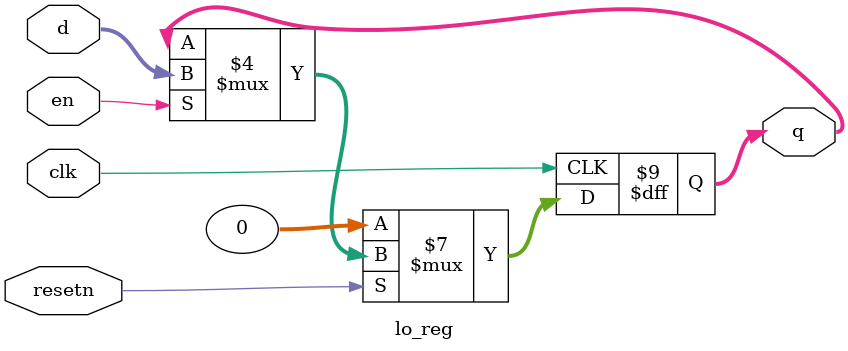
<source format=v>
module lo_reg(clk,resetn,d,en,q);

input clk;          // clock input
input resetn;       // reset input
input en;           // enable input
input [31:0] d;     // data input
output [31:0] q;    // output

reg [31:0] q;       // register to store output

always @(posedge clk) begin
    if (resetn == 0) begin
        q <= 0;        // clear output if reset is low
    end
    else if (en == 1) begin
        q <= d;        // update output if enable is high
    end
end

endmodule
</source>
